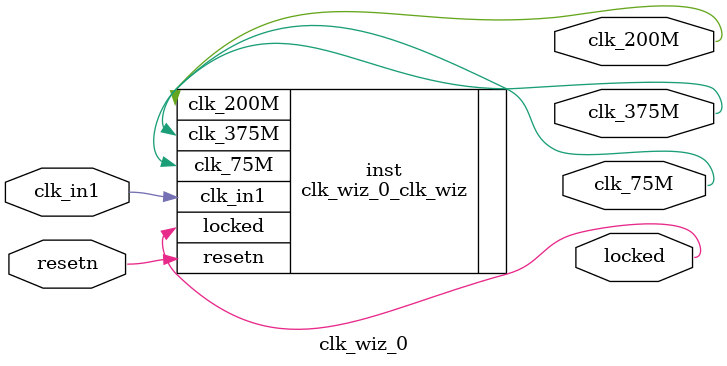
<source format=v>


`timescale 1ps/1ps

(* CORE_GENERATION_INFO = "clk_wiz_0,clk_wiz_v6_0_4_0_0,{component_name=clk_wiz_0,use_phase_alignment=true,use_min_o_jitter=false,use_max_i_jitter=false,use_dyn_phase_shift=false,use_inclk_switchover=false,use_dyn_reconfig=false,enable_axi=0,feedback_source=FDBK_AUTO,PRIMITIVE=MMCM,num_out_clk=3,clkin1_period=20.000,clkin2_period=10.0,use_power_down=false,use_reset=true,use_locked=true,use_inclk_stopped=false,feedback_type=SINGLE,CLOCK_MGR_TYPE=NA,manual_override=false}" *)

module clk_wiz_0 
 (
  // Clock out ports
  output        clk_200M,
  output        clk_375M,
  output        clk_75M,
  // Status and control signals
  input         resetn,
  output        locked,
 // Clock in ports
  input         clk_in1
 );

  clk_wiz_0_clk_wiz inst
  (
  // Clock out ports  
  .clk_200M(clk_200M),
  .clk_375M(clk_375M),
  .clk_75M(clk_75M),
  // Status and control signals               
  .resetn(resetn), 
  .locked(locked),
 // Clock in ports
  .clk_in1(clk_in1)
  );

endmodule

</source>
